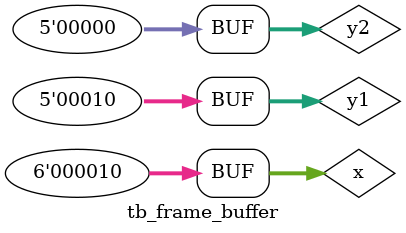
<source format=v>
`timescale 1ns / 1ps


module tb_frame_buffer;

	// Inputs
	reg [5:0] x;
	reg [4:0] y1;
	reg [4:0] y2;

	// Outputs
	wire [2:0] c1;
	wire [2:0] c2;

	// Instantiate the Unit Under Test (UUT)
	frame_buffer uut (
		.x(x), 
		.y1(y1), 
		.y2(y2), 
		.c1(c1), 
		.c2(c2)
	);

	initial begin
		// Initialize Inputs
		x = 0;
		y1 = 0;
		y2 = 0;

		// Wait 100 ns for global reset to finish
		#100;
        
		// Add stimulus here
		x = 0;
		#1;
		x=1; y1 = 1;
		#1;
		x=2; y1=2;
		#1;


	end
      
endmodule


</source>
